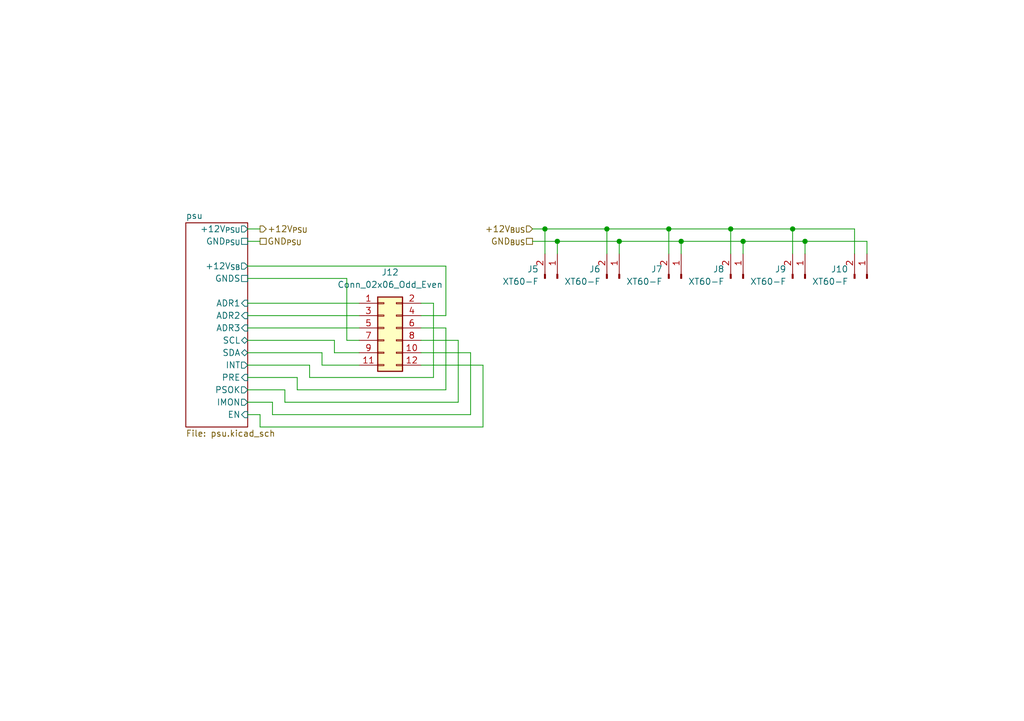
<source format=kicad_sch>
(kicad_sch (version 20250114) (generator "eeschema") (generator_version "9.0")
  (paper "A5")
  (title_block (title "Backplane") (rev "1") (company "Elias Sjögreen") (comment 1 "The PDU backplane breaking out the main 12v rail and PSU control"))
  (lib_symbols
    (symbol "Connector:Conn_01x02_Pin" (pin_names (offset 1.016) (hide yes))
      (property "Reference" "J" (at 0 2.54 0))
      (property "Value" "Conn_01x02_Pin" (at 0 -5.08 0))
      (symbol "Conn_01x02_Pin_1_1"
        (rectangle (start 0.8636 0.127) (end 0 -0.127) (stroke (width 0.1524)) (fill (type outline)))
        (rectangle (start 0.8636 -2.413) (end 0 -2.667) (stroke (width 0.1524)) (fill (type outline)))
        (polyline (pts (xy 1.27 0) (xy 0.8636 0)) (stroke (width 0.1524)))
        (polyline (pts (xy 1.27 -2.54) (xy 0.8636 -2.54)) (stroke (width 0.1524)))
        (pin passive line (at 5.08 0 180) (length 3.81) (name "Pin_1") (number "1"))
        (pin passive line (at 5.08 -2.54 180) (length 3.81) (name "Pin_2") (number "2"))
      )
    )
    (symbol "Connector_Generic:Conn_02x06_Odd_Even" (pin_names (offset 1.016) (hide yes))
      (property "Reference" "J" (at 1.27 7.62 0))
      (property "Value" "Conn_02x06_Odd_Even" (at 1.27 -10.16 0))
      (symbol "Conn_02x06_Odd_Even_1_1"
        (rectangle (start -1.27 6.35) (end 3.81 -8.89) (stroke (width 0.254)) (fill (type background)))
        (rectangle (start -1.27 5.207) (end 0 4.953) (stroke (width 0.1524)))
        (rectangle (start -1.27 2.667) (end 0 2.413) (stroke (width 0.1524)))
        (rectangle (start -1.27 0.127) (end 0 -0.127) (stroke (width 0.1524)))
        (rectangle (start -1.27 -2.413) (end 0 -2.667) (stroke (width 0.1524)))
        (rectangle (start -1.27 -4.953) (end 0 -5.207) (stroke (width 0.1524)))
        (rectangle (start -1.27 -7.493) (end 0 -7.747) (stroke (width 0.1524)))
        (rectangle (start 3.81 5.207) (end 2.54 4.953) (stroke (width 0.1524)))
        (rectangle (start 3.81 2.667) (end 2.54 2.413) (stroke (width 0.1524)))
        (rectangle (start 3.81 0.127) (end 2.54 -0.127) (stroke (width 0.1524)))
        (rectangle (start 3.81 -2.413) (end 2.54 -2.667) (stroke (width 0.1524)))
        (rectangle (start 3.81 -4.953) (end 2.54 -5.207) (stroke (width 0.1524)))
        (rectangle (start 3.81 -7.493) (end 2.54 -7.747) (stroke (width 0.1524)))
        (pin passive line (at -5.08 5.08 0) (length 3.81) (name "Pin_1") (number "1"))
        (pin passive line (at -5.08 2.54 0) (length 3.81) (name "Pin_3") (number "3"))
        (pin passive line (at -5.08 0 0) (length 3.81) (name "Pin_5") (number "5"))
        (pin passive line (at -5.08 -2.54 0) (length 3.81) (name "Pin_7") (number "7"))
        (pin passive line (at -5.08 -5.08 0) (length 3.81) (name "Pin_9") (number "9"))
        (pin passive line (at -5.08 -7.62 0) (length 3.81) (name "Pin_11") (number "11"))
        (pin passive line (at 7.62 5.08 180) (length 3.81) (name "Pin_2") (number "2"))
        (pin passive line (at 7.62 2.54 180) (length 3.81) (name "Pin_4") (number "4"))
        (pin passive line (at 7.62 0 180) (length 3.81) (name "Pin_6") (number "6"))
        (pin passive line (at 7.62 -2.54 180) (length 3.81) (name "Pin_8") (number "8"))
        (pin passive line (at 7.62 -5.08 180) (length 3.81) (name "Pin_10") (number "10"))
        (pin passive line (at 7.62 -7.62 180) (length 3.81) (name "Pin_12") (number "12"))
      )
    )
  )
  (junction (at 124.46 46.99))
  (junction (at 139.7 49.53))
  (junction (at 127 49.53))
  (junction (at 149.86 46.99))
  (junction (at 137.16 46.99))
  (junction (at 165.1 49.53))
  (junction (at 114.3 49.53))
  (junction (at 162.56 46.99))
  (junction (at 152.4 49.53))
  (junction (at 111.76 46.99))
  (wire (pts (xy 50.8 49.53) (xy 53.34 49.53)))
  (wire (pts (xy 50.8 46.99) (xy 53.34 46.99)))
  (wire (pts (xy 66.04 72.39) (xy 66.04 74.93)))
  (wire (pts (xy 58.42 82.55) (xy 93.98 82.55)))
  (wire (pts (xy 50.8 74.93) (xy 63.5 74.93)))
  (wire (pts (xy 50.8 82.55) (xy 55.88 82.55)))
  (wire (pts (xy 88.9 77.47) (xy 63.5 77.47)))
  (wire (pts (xy 60.96 77.47) (xy 60.96 80.01)))
  (wire (pts (xy 53.34 87.63) (xy 99.06 87.63)))
  (wire (pts (xy 165.1 49.53) (xy 165.1 52.07)))
  (wire (pts (xy 50.8 64.77) (xy 73.66 64.77)))
  (wire (pts (xy 109.22 46.99) (xy 111.76 46.99)))
  (wire (pts (xy 91.44 80.01) (xy 91.44 67.31)))
  (wire (pts (xy 165.1 49.53) (xy 177.8 49.53)))
  (wire (pts (xy 71.12 69.85) (xy 71.12 57.15)))
  (wire (pts (xy 139.7 49.53) (xy 152.4 49.53)))
  (wire (pts (xy 60.96 80.01) (xy 91.44 80.01)))
  (wire (pts (xy 86.36 72.39) (xy 96.52 72.39)))
  (wire (pts (xy 91.44 64.77) (xy 91.44 54.61)))
  (wire (pts (xy 127 49.53) (xy 139.7 49.53)))
  (wire (pts (xy 50.8 72.39) (xy 66.04 72.39)))
  (wire (pts (xy 162.56 46.99) (xy 175.26 46.99)))
  (wire (pts (xy 86.36 62.23) (xy 88.9 62.23)))
  (wire (pts (xy 127 49.53) (xy 127 52.07)))
  (wire (pts (xy 68.58 72.39) (xy 73.66 72.39)))
  (wire (pts (xy 63.5 77.47) (xy 63.5 74.93)))
  (wire (pts (xy 96.52 72.39) (xy 96.52 85.09)))
  (wire (pts (xy 137.16 46.99) (xy 137.16 52.07)))
  (wire (pts (xy 50.8 80.01) (xy 58.42 80.01)))
  (wire (pts (xy 124.46 46.99) (xy 124.46 52.07)))
  (wire (pts (xy 50.8 67.31) (xy 73.66 67.31)))
  (wire (pts (xy 88.9 62.23) (xy 88.9 77.47)))
  (wire (pts (xy 50.8 77.47) (xy 60.96 77.47)))
  (wire (pts (xy 86.36 64.77) (xy 91.44 64.77)))
  (wire (pts (xy 124.46 46.99) (xy 137.16 46.99)))
  (wire (pts (xy 73.66 69.85) (xy 71.12 69.85)))
  (wire (pts (xy 50.8 57.15) (xy 71.12 57.15)))
  (wire (pts (xy 55.88 85.09) (xy 96.52 85.09)))
  (wire (pts (xy 55.88 85.09) (xy 55.88 82.55)))
  (wire (pts (xy 53.34 87.63) (xy 53.34 85.09)))
  (wire (pts (xy 149.86 46.99) (xy 162.56 46.99)))
  (wire (pts (xy 50.8 54.61) (xy 91.44 54.61)))
  (wire (pts (xy 86.36 74.93) (xy 99.06 74.93)))
  (wire (pts (xy 50.8 69.85) (xy 68.58 69.85)))
  (wire (pts (xy 68.58 69.85) (xy 68.58 72.39)))
  (wire (pts (xy 111.76 46.99) (xy 124.46 46.99)))
  (wire (pts (xy 175.26 46.99) (xy 175.26 52.07)))
  (wire (pts (xy 50.8 62.23) (xy 73.66 62.23)))
  (wire (pts (xy 149.86 46.99) (xy 149.86 52.07)))
  (wire (pts (xy 152.4 49.53) (xy 152.4 52.07)))
  (wire (pts (xy 152.4 49.53) (xy 165.1 49.53)))
  (wire (pts (xy 109.22 49.53) (xy 114.3 49.53)))
  (wire (pts (xy 114.3 49.53) (xy 127 49.53)))
  (wire (pts (xy 139.7 49.53) (xy 139.7 52.07)))
  (wire (pts (xy 114.3 49.53) (xy 114.3 52.07)))
  (wire (pts (xy 162.56 46.99) (xy 162.56 52.07)))
  (wire (pts (xy 99.06 74.93) (xy 99.06 87.63)))
  (wire (pts (xy 91.44 67.31) (xy 86.36 67.31)))
  (wire (pts (xy 66.04 74.93) (xy 73.66 74.93)))
  (wire (pts (xy 111.76 46.99) (xy 111.76 52.07)))
  (wire (pts (xy 58.42 82.55) (xy 58.42 80.01)))
  (wire (pts (xy 50.8 85.09) (xy 53.34 85.09)))
  (wire (pts (xy 93.98 69.85) (xy 93.98 82.55)))
  (wire (pts (xy 86.36 69.85) (xy 93.98 69.85)))
  (wire (pts (xy 177.8 49.53) (xy 177.8 52.07)))
  (wire (pts (xy 137.16 46.99) (xy 149.86 46.99)))
  (hierarchical_label "GND_{BUS}" (shape passive) (at 109.22 49.53 180))
  (hierarchical_label "GND_{PSU}" (shape passive) (at 53.34 49.53 0))
  (hierarchical_label "+12V_{PSU}" (shape output) (at 53.34 46.99 0))
  (hierarchical_label "+12V_{BUS}" (shape input) (at 109.22 46.99 180))
  (symbol (lib_id "Connector:Conn_01x02_Pin") (at 177.8 57.15 270) (mirror x) (unit 1)
    (property "Reference" "J10" (at 173.99 55.2449 90) (effects (justify right)))
    (property "Value" "XT60-F" (at 173.99 57.7849 90) (effects (justify right)))
    (property "Footprint" "Connector_AMASS:AMASS_XT60-F_1x02_P7.20mm_Vertical" (effects (hide yes)))
    (property "Description" "Generic connector, single row, 01x02, script generated" (effects (hide yes)))
  )
  (symbol (lib_id "Connector:Conn_01x02_Pin") (at 127 57.15 270) (mirror x) (unit 1)
    (property "Reference" "J6" (at 123.19 55.2449 90) (effects (justify right)))
    (property "Value" "XT60-F" (at 123.19 57.7849 90) (effects (justify right)))
    (property "Footprint" "Connector_AMASS:AMASS_XT60-F_1x02_P7.20mm_Vertical" (effects (hide yes)))
    (property "Description" "Generic connector, single row, 01x02, script generated" (effects (hide yes)))
  )
  (symbol (lib_id "Connector:Conn_01x02_Pin") (at 114.3 57.15 270) (mirror x) (unit 1)
    (property "Reference" "J5" (at 110.49 55.2449 90) (effects (justify right)))
    (property "Value" "XT60-F" (at 110.49 57.7849 90) (effects (justify right)))
    (property "Footprint" "Connector_AMASS:AMASS_XT60-F_1x02_P7.20mm_Vertical" (effects (hide yes)))
    (property "Description" "Generic connector, single row, 01x02, script generated" (effects (hide yes)))
  )
  (symbol (lib_id "Connector:Conn_01x02_Pin") (at 152.4 57.15 270) (mirror x) (unit 1)
    (property "Reference" "J8" (at 148.59 55.2449 90) (effects (justify right)))
    (property "Value" "XT60-F" (at 148.59 57.7849 90) (effects (justify right)))
    (property "Footprint" "Connector_AMASS:AMASS_XT60-F_1x02_P7.20mm_Vertical" (effects (hide yes)))
    (property "Description" "Generic connector, single row, 01x02, script generated" (effects (hide yes)))
  )
  (symbol (lib_id "Connector:Conn_01x02_Pin") (at 139.7 57.15 270) (mirror x) (unit 1)
    (property "Reference" "J7" (at 135.89 55.2449 90) (effects (justify right)))
    (property "Value" "XT60-F" (at 135.89 57.7849 90) (effects (justify right)))
    (property "Footprint" "Connector_AMASS:AMASS_XT60-F_1x02_P7.20mm_Vertical" (effects (hide yes)))
    (property "Description" "Generic connector, single row, 01x02, script generated" (effects (hide yes)))
  )
  (symbol (lib_id "Connector:Conn_01x02_Pin") (at 165.1 57.15 270) (mirror x) (unit 1)
    (property "Reference" "J9" (at 161.29 55.2449 90) (effects (justify right)))
    (property "Value" "XT60-F" (at 161.29 57.7849 90) (effects (justify right)))
    (property "Footprint" "Connector_AMASS:AMASS_XT60-F_1x02_P7.20mm_Vertical" (effects (hide yes)))
    (property "Description" "Generic connector, single row, 01x02, script generated" (effects (hide yes)))
  )
  (symbol (lib_id "Connector_Generic:Conn_02x06_Odd_Even") (at 78.74 67.31 0) (unit 1)
    (property "Reference" "J12" (at 80.01 55.88 0))
    (property "Value" "Conn_02x06_Odd_Even" (at 80.01 58.42 0))
    (property "Footprint" "Connector_PinHeader_2.54mm:PinHeader_2x06_P2.54mm_Vertical" (effects (hide yes)))
    (property "Description" "Generic connector, double row, 02x06, odd/even pin numbering scheme (row 1 odd numbers, row 2 even numbers), script generated (kicad-library-utils/schlib/autogen/connector/)" (effects (hide yes)))
  )
  (sheet (at 38.1 45.72) (size 12.7 41.91) (stroke (width 0.1524))
    (property "Sheetname" "psu" (at 38.1 45.0084 0) (effects (justify left bottom)))
    (property "Sheetfile" "psu.kicad_sch" (at 38.1 88.2146 0) (effects (justify left top)))
    (pin "+12V_{PSU}" output (at 50.8 46.99 0))
    (pin "GND_{PSU}" passive (at 50.8 49.53 0))
    (pin "+12V_{SB}" output (at 50.8 54.61 0))
    (pin "GNDS" passive (at 50.8 57.15 0))
    (pin "ADR1" input (at 50.8 62.23 0))
    (pin "ADR2" input (at 50.8 64.77 0))
    (pin "ADR3" input (at 50.8 67.31 0))
    (pin "EN" input (at 50.8 85.09 0))
    (pin "IMON" output (at 50.8 82.55 0))
    (pin "INT" output (at 50.8 74.93 0))
    (pin "PRE" input (at 50.8 77.47 0))
    (pin "PSOK" output (at 50.8 80.01 0))
    (pin "SCL" bidirectional (at 50.8 69.85 0))
    (pin "SDA" bidirectional (at 50.8 72.39 0))
  )
)
</source>
